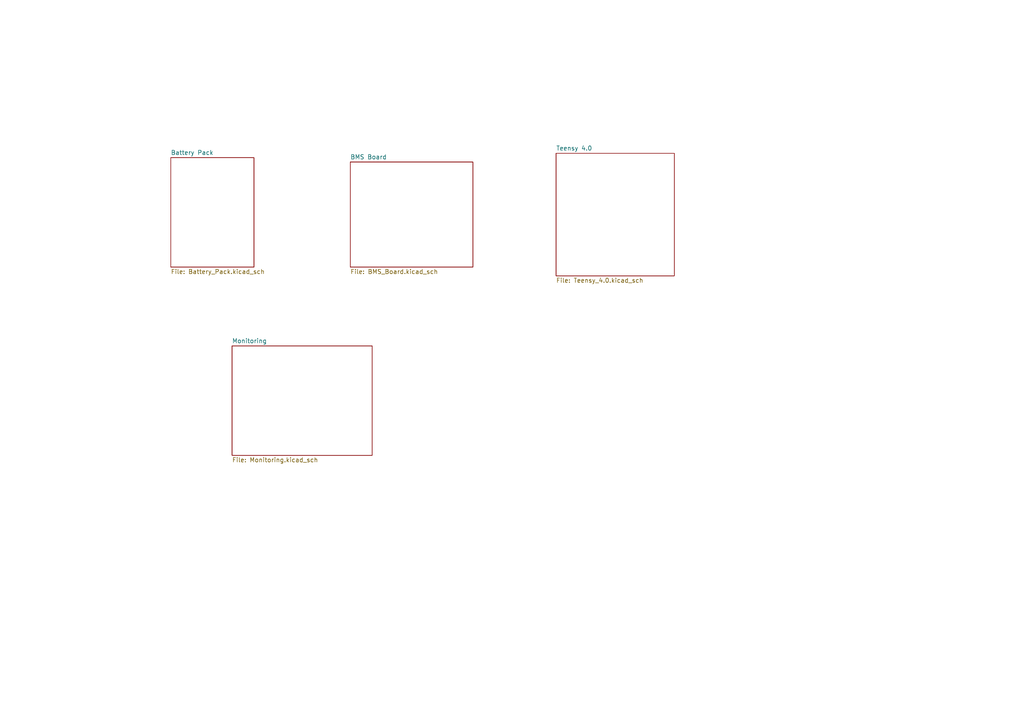
<source format=kicad_sch>
(kicad_sch
	(version 20250114)
	(generator "eeschema")
	(generator_version "9.0")
	(uuid "f2da9442-ca05-4687-a880-d5cd24c39f1d")
	(paper "A4")
	(lib_symbols)
	(sheet
		(at 161.29 44.45)
		(size 34.29 35.56)
		(exclude_from_sim no)
		(in_bom yes)
		(on_board yes)
		(dnp no)
		(fields_autoplaced yes)
		(stroke
			(width 0.1524)
			(type solid)
		)
		(fill
			(color 0 0 0 0.0000)
		)
		(uuid "26bdc180-da09-44b1-8397-e88b39d0135c")
		(property "Sheetname" "Teensy 4.0"
			(at 161.29 43.7384 0)
			(effects
				(font
					(size 1.27 1.27)
				)
				(justify left bottom)
			)
		)
		(property "Sheetfile" "Teensy_4.0.kicad_sch"
			(at 161.29 80.5946 0)
			(effects
				(font
					(size 1.27 1.27)
				)
				(justify left top)
			)
		)
		(instances
			(project "BMS"
				(path "/f2da9442-ca05-4687-a880-d5cd24c39f1d"
					(page "4")
				)
			)
		)
	)
	(sheet
		(at 101.6 46.99)
		(size 35.56 30.48)
		(exclude_from_sim no)
		(in_bom yes)
		(on_board yes)
		(dnp no)
		(fields_autoplaced yes)
		(stroke
			(width 0.1524)
			(type solid)
		)
		(fill
			(color 0 0 0 0.0000)
		)
		(uuid "3dc06e74-ff57-4ce5-be5c-5d780b9552b6")
		(property "Sheetname" "BMS Board"
			(at 101.6 46.2784 0)
			(effects
				(font
					(size 1.27 1.27)
				)
				(justify left bottom)
			)
		)
		(property "Sheetfile" "BMS_Board.kicad_sch"
			(at 101.6 78.0546 0)
			(effects
				(font
					(size 1.27 1.27)
				)
				(justify left top)
			)
		)
		(instances
			(project "BMS"
				(path "/f2da9442-ca05-4687-a880-d5cd24c39f1d"
					(page "3")
				)
			)
		)
	)
	(sheet
		(at 67.31 100.33)
		(size 40.64 31.75)
		(exclude_from_sim no)
		(in_bom yes)
		(on_board yes)
		(dnp no)
		(fields_autoplaced yes)
		(stroke
			(width 0.1524)
			(type solid)
		)
		(fill
			(color 0 0 0 0.0000)
		)
		(uuid "b0fa851b-ec8c-46af-afd4-efd0cc860c1e")
		(property "Sheetname" "Monitoring"
			(at 67.31 99.6184 0)
			(effects
				(font
					(size 1.27 1.27)
				)
				(justify left bottom)
			)
		)
		(property "Sheetfile" "Monitoring.kicad_sch"
			(at 67.31 132.6646 0)
			(effects
				(font
					(size 1.27 1.27)
				)
				(justify left top)
			)
		)
		(instances
			(project "BMS"
				(path "/f2da9442-ca05-4687-a880-d5cd24c39f1d"
					(page "5")
				)
			)
		)
	)
	(sheet
		(at 49.53 45.72)
		(size 24.13 31.75)
		(exclude_from_sim no)
		(in_bom yes)
		(on_board yes)
		(dnp no)
		(fields_autoplaced yes)
		(stroke
			(width 0.1524)
			(type solid)
		)
		(fill
			(color 0 0 0 0.0000)
		)
		(uuid "cf34981b-cbae-442d-9f72-9ae4895e9d63")
		(property "Sheetname" "Battery Pack"
			(at 49.53 45.0084 0)
			(effects
				(font
					(size 1.27 1.27)
				)
				(justify left bottom)
			)
		)
		(property "Sheetfile" "Battery_Pack.kicad_sch"
			(at 49.53 78.0546 0)
			(effects
				(font
					(size 1.27 1.27)
				)
				(justify left top)
			)
		)
		(instances
			(project "BMS"
				(path "/f2da9442-ca05-4687-a880-d5cd24c39f1d"
					(page "2")
				)
			)
		)
	)
	(sheet_instances
		(path "/"
			(page "1")
		)
	)
	(embedded_fonts no)
)

</source>
